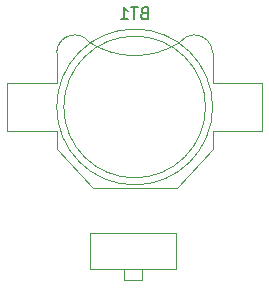
<source format=gbr>
G04 #@! TF.GenerationSoftware,KiCad,Pcbnew,(5.1.5)-3*
G04 #@! TF.CreationDate,2020-05-09T20:06:52-07:00*
G04 #@! TF.ProjectId,Rosie_SMD,526f7369-655f-4534-9d44-2e6b69636164,Version A2*
G04 #@! TF.SameCoordinates,Original*
G04 #@! TF.FileFunction,Legend,Bot*
G04 #@! TF.FilePolarity,Positive*
%FSLAX46Y46*%
G04 Gerber Fmt 4.6, Leading zero omitted, Abs format (unit mm)*
G04 Created by KiCad (PCBNEW (5.1.5)-3) date 2020-05-09 20:06:52*
%MOMM*%
%LPD*%
G04 APERTURE LIST*
%ADD10C,0.120000*%
%ADD11C,0.150000*%
G04 APERTURE END LIST*
D10*
X124500201Y-99827201D02*
G75*
G03X124500201Y-99827201I-6000000J0D01*
G01*
X125100201Y-99827201D02*
G75*
G03X125100201Y-99827201I-6600000J0D01*
G01*
X114944201Y-106685201D02*
X111896201Y-103383201D01*
X122056201Y-106685201D02*
X125104201Y-103383201D01*
X122056201Y-106685201D02*
X114944201Y-106685201D01*
X125104201Y-95255201D02*
G75*
G03X123580201Y-93731201I-1524000J0D01*
G01*
X113420201Y-93731201D02*
G75*
G03X111896201Y-95255201I0J-1524000D01*
G01*
X111896201Y-95255201D02*
X111896201Y-97795201D01*
X111896201Y-97795201D02*
X107705201Y-97795201D01*
X107705201Y-97795201D02*
X107705201Y-101859201D01*
X107705201Y-101859201D02*
X111896201Y-101859201D01*
X111896201Y-101859201D02*
X111896201Y-103383201D01*
X125104201Y-95255201D02*
X125104201Y-97795201D01*
X125104201Y-97795201D02*
X129295201Y-97795201D01*
X129295201Y-97795201D02*
X129295201Y-101859201D01*
X129295201Y-101859201D02*
X125104201Y-101859201D01*
X125104201Y-101859201D02*
X125104201Y-103383201D01*
X125104201Y-95255201D02*
G75*
G03X123580201Y-93731201I-1524000J0D01*
G01*
X114690202Y-94366199D02*
G75*
G03X122310199Y-94366199I3809999J5968998D01*
G01*
X114673036Y-94378215D02*
G75*
G03X111896202Y-95128202I-1252835J-876986D01*
G01*
X123580201Y-93704967D02*
G75*
G03X122310200Y-94366200I0J-1550234D01*
G01*
X114764000Y-113514000D02*
X121964000Y-113514000D01*
X121964000Y-113514000D02*
X121964000Y-110514000D01*
X121964000Y-110514000D02*
X114764000Y-110514000D01*
X114764000Y-110514000D02*
X114764000Y-113514000D01*
X119114000Y-113514000D02*
X119114000Y-114514000D01*
X119114000Y-114514000D02*
X117614000Y-114514000D01*
X117614000Y-114514000D02*
X117614000Y-113514000D01*
D11*
X119285915Y-91881772D02*
X119143058Y-91929391D01*
X119095439Y-91977010D01*
X119047820Y-92072248D01*
X119047820Y-92215105D01*
X119095439Y-92310343D01*
X119143058Y-92357962D01*
X119238296Y-92405581D01*
X119619248Y-92405581D01*
X119619248Y-91405581D01*
X119285915Y-91405581D01*
X119190677Y-91453201D01*
X119143058Y-91500820D01*
X119095439Y-91596058D01*
X119095439Y-91691296D01*
X119143058Y-91786534D01*
X119190677Y-91834153D01*
X119285915Y-91881772D01*
X119619248Y-91881772D01*
X118762105Y-91405581D02*
X118190677Y-91405581D01*
X118476391Y-92405581D02*
X118476391Y-91405581D01*
X117333534Y-92405581D02*
X117904962Y-92405581D01*
X117619248Y-92405581D02*
X117619248Y-91405581D01*
X117714486Y-91548439D01*
X117809724Y-91643677D01*
X117904962Y-91691296D01*
M02*

</source>
